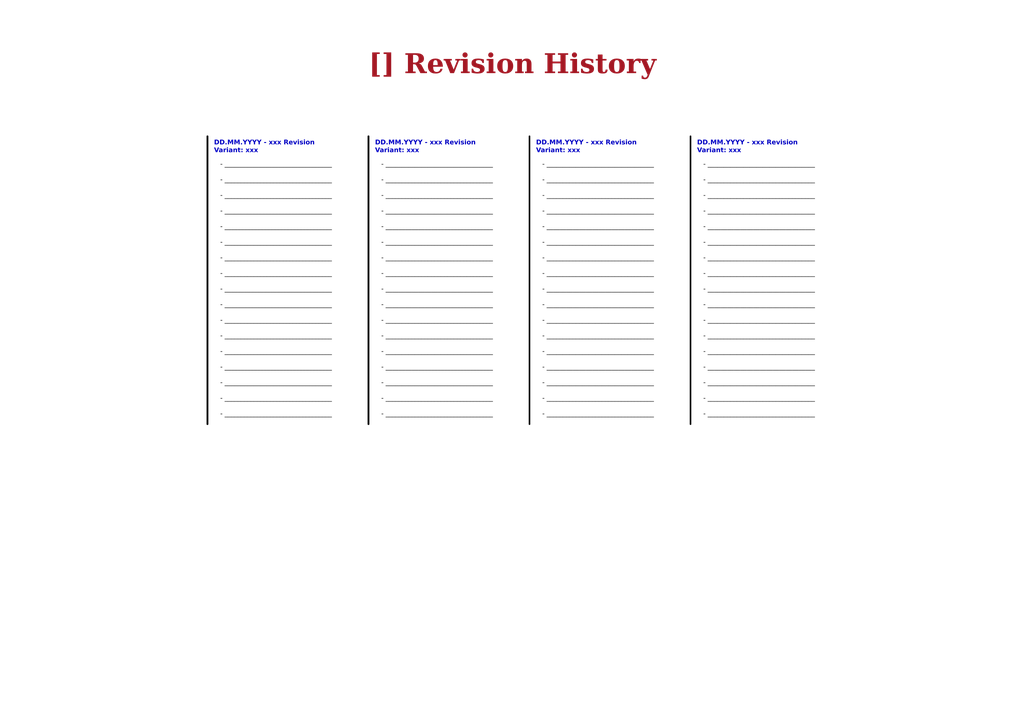
<source format=kicad_sch>
(kicad_sch
	(version 20250114)
	(generator "eeschema")
	(generator_version "9.0")
	(uuid "ea8c4f5e-7a49-4faf-a994-dbc85ed86b0a")
	(paper "A3")
	(title_block
		(title "Revision History")
		(date "2025-08-28")
		(rev "${REVISION}")
		(company "${COMPANY}")
	)
	(lib_symbols)
	(text_box "- _________________________________\n\n- _________________________________\n\n- _________________________________\n\n- _________________________________\n\n- _________________________________\n\n- _________________________________\n\n- _________________________________\n\n- _________________________________\n\n- _________________________________\n\n- _________________________________\n\n- _________________________________\n\n- _________________________________\n\n- _________________________________\n\n- _________________________________\n\n- _________________________________\n\n- _________________________________\n\n- _________________________________"
		(exclude_from_sim no)
		(at 287.02 64.77 0)
		(size 58.42 115.57)
		(margins 1.4287 1.4287 1.4287 1.4287)
		(stroke
			(width -0.0001)
			(type default)
		)
		(fill
			(type none)
		)
		(effects
			(font
				(face "Arial")
				(size 1.905 1.905)
				(color 0 0 0 1)
			)
			(justify left top)
		)
		(uuid "0c062e2b-2be1-4307-b752-045c211787f4")
	)
	(text_box "DD.MM.YYYY - xxx Revision\nVariant: xxx"
		(exclude_from_sim no)
		(at 152.4 55.88 0)
		(size 57.15 7.62)
		(margins 1.4287 1.4287 1.4287 1.4287)
		(stroke
			(width -0.0001)
			(type default)
		)
		(fill
			(type none)
		)
		(effects
			(font
				(face "Arial")
				(size 1.905 1.905)
				(thickness 0.254)
				(bold yes)
			)
			(justify left top)
		)
		(uuid "14f2d7b6-dcd6-4c43-91a3-c7a76690654c")
	)
	(text_box "[${#}] ${TITLE}"
		(exclude_from_sim no)
		(at 10.16 20.32 0)
		(size 400.05 12.7)
		(margins 4.4999 4.4999 4.4999 4.4999)
		(stroke
			(width -0.0001)
			(type solid)
		)
		(fill
			(type none)
		)
		(effects
			(font
				(face "Times New Roman")
				(size 8 8)
				(thickness 1.2)
				(bold yes)
				(color 162 22 34 1)
			)
		)
		(uuid "20a0a094-ac98-46df-bdac-21d5721f7697")
	)
	(text_box "DD.MM.YYYY - xxx Revision\nVariant: xxx"
		(exclude_from_sim no)
		(at 218.44 55.88 0)
		(size 57.15 7.62)
		(margins 1.4287 1.4287 1.4287 1.4287)
		(stroke
			(width -0.0001)
			(type default)
		)
		(fill
			(type none)
		)
		(effects
			(font
				(face "Arial")
				(size 1.905 1.905)
				(thickness 0.254)
				(bold yes)
			)
			(justify left top)
		)
		(uuid "61447e65-3862-4ca7-a61e-5d8506cb38bb")
	)
	(text_box "- _________________________________\n\n- _________________________________\n\n- _________________________________\n\n- _________________________________\n\n- _________________________________\n\n- _________________________________\n\n- _________________________________\n\n- _________________________________\n\n- _________________________________\n\n- _________________________________\n\n- _________________________________\n\n- _________________________________\n\n- _________________________________\n\n- _________________________________\n\n- _________________________________\n\n- _________________________________\n\n- _________________________________"
		(exclude_from_sim no)
		(at 88.9 64.77 0)
		(size 58.42 115.57)
		(margins 1.4287 1.4287 1.4287 1.4287)
		(stroke
			(width -0.0001)
			(type default)
		)
		(fill
			(type none)
		)
		(effects
			(font
				(face "Arial")
				(size 1.905 1.905)
				(color 0 0 0 1)
			)
			(justify left top)
		)
		(uuid "7cea8527-91c8-47c3-a860-064e128bcffe")
	)
	(text_box "- _________________________________\n\n- _________________________________\n\n- _________________________________\n\n- _________________________________\n\n- _________________________________\n\n- _________________________________\n\n- _________________________________\n\n- _________________________________\n\n- _________________________________\n\n- _________________________________\n\n- _________________________________\n\n- _________________________________\n\n- _________________________________\n\n- _________________________________\n\n- _________________________________\n\n- _________________________________\n\n- _________________________________"
		(exclude_from_sim no)
		(at 220.98 64.77 0)
		(size 58.42 115.57)
		(margins 1.4287 1.4287 1.4287 1.4287)
		(stroke
			(width -0.0001)
			(type default)
		)
		(fill
			(type none)
		)
		(effects
			(font
				(face "Arial")
				(size 1.905 1.905)
				(color 0 0 0 1)
			)
			(justify left top)
		)
		(uuid "8ad0acb7-8a2e-40a2-87c7-888a93359ccd")
	)
	(text_box "DD.MM.YYYY - xxx Revision\nVariant: xxx"
		(exclude_from_sim no)
		(at 86.36 55.88 0)
		(size 57.15 7.62)
		(margins 1.4287 1.4287 1.4287 1.4287)
		(stroke
			(width -0.0001)
			(type default)
		)
		(fill
			(type none)
		)
		(effects
			(font
				(face "Arial")
				(size 1.905 1.905)
				(thickness 0.254)
				(bold yes)
			)
			(justify left top)
		)
		(uuid "922c5813-4880-4ddf-ba01-939f72022a9d")
	)
	(text_box "- _________________________________\n\n- _________________________________\n\n- _________________________________\n\n- _________________________________\n\n- _________________________________\n\n- _________________________________\n\n- _________________________________\n\n- _________________________________\n\n- _________________________________\n\n- _________________________________\n\n- _________________________________\n\n- _________________________________\n\n- _________________________________\n\n- _________________________________\n\n- _________________________________\n\n- _________________________________\n\n- _________________________________"
		(exclude_from_sim no)
		(at 154.94 64.77 0)
		(size 58.42 115.57)
		(margins 1.4287 1.4287 1.4287 1.4287)
		(stroke
			(width -0.0001)
			(type default)
		)
		(fill
			(type none)
		)
		(effects
			(font
				(face "Arial")
				(size 1.905 1.905)
				(color 0 0 0 1)
			)
			(justify left top)
		)
		(uuid "cd63b456-8f62-4290-9191-6ad427c40f65")
	)
	(text_box "DD.MM.YYYY - xxx Revision\nVariant: xxx"
		(exclude_from_sim no)
		(at 284.48 55.88 0)
		(size 57.15 7.62)
		(margins 1.4287 1.4287 1.4287 1.4287)
		(stroke
			(width -0.0001)
			(type default)
		)
		(fill
			(type none)
		)
		(effects
			(font
				(face "Arial")
				(size 1.905 1.905)
				(thickness 0.254)
				(bold yes)
			)
			(justify left top)
		)
		(uuid "f47af890-f55a-44bf-b54f-b7df3adde008")
	)
	(polyline
		(pts
			(xy 85.09 55.88) (xy 85.09 173.99)
		)
		(stroke
			(width 0.635)
			(type default)
			(color 0 0 0 1)
		)
		(uuid "4849fe72-6429-4f5b-a9e6-56656658a37b")
	)
	(polyline
		(pts
			(xy 151.13 55.88) (xy 151.13 173.99)
		)
		(stroke
			(width 0.635)
			(type default)
			(color 0 0 0 1)
		)
		(uuid "5f29c90a-4bd5-401c-a0f6-a99df09914f4")
	)
	(polyline
		(pts
			(xy 151.13 55.88) (xy 151.13 173.99)
		)
		(stroke
			(width 0.635)
			(type default)
			(color 0 0 0 1)
		)
		(uuid "74018a10-ab58-4dc2-b4e6-376117e1ffc0")
	)
	(polyline
		(pts
			(xy 217.17 55.88) (xy 217.17 173.99)
		)
		(stroke
			(width 0.635)
			(type default)
			(color 0 0 0 1)
		)
		(uuid "a6b610d4-f09b-4d6e-ac67-0bb3d0e09fbe")
	)
	(polyline
		(pts
			(xy 85.09 55.88) (xy 85.09 173.99)
		)
		(stroke
			(width 0.635)
			(type default)
			(color 0 0 0 1)
		)
		(uuid "b271ef24-6836-4d14-b8f8-8568bc734aca")
	)
	(polyline
		(pts
			(xy 283.21 55.88) (xy 283.21 173.99)
		)
		(stroke
			(width 0.635)
			(type default)
			(color 0 0 0 1)
		)
		(uuid "fe21cbb6-f53c-41a1-bc1c-520e82f71f78")
	)
)

</source>
